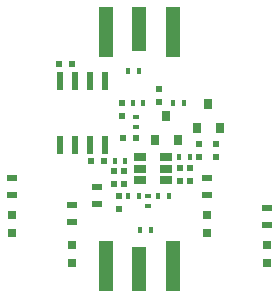
<source format=gbr>
G04 #@! TF.FileFunction,Paste,Top*
%FSLAX46Y46*%
G04 Gerber Fmt 4.6, Leading zero omitted, Abs format (unit mm)*
G04 Created by KiCad (PCBNEW 4.0.7) date 12/24/18 13:23:31*
%MOMM*%
%LPD*%
G01*
G04 APERTURE LIST*
%ADD10C,0.100000*%
%ADD11R,0.898200X0.499000*%
%ADD12R,0.748500X0.798400*%
%ADD13R,0.598800X1.546900*%
%ADD14R,1.057880X0.648700*%
%ADD15R,0.399200X0.598800*%
%ADD16R,0.598800X0.399200*%
%ADD17R,0.798400X0.898200*%
%ADD18R,0.598800X0.499000*%
%ADD19R,0.499000X0.598800*%
%ADD20R,1.267460X4.191600*%
%ADD21R,1.267460X3.692600*%
G04 APERTURE END LIST*
D10*
D11*
X134874000Y-113907000D03*
X134874000Y-112407000D03*
X127635000Y-113145000D03*
X127635000Y-111645000D03*
X132715000Y-115431000D03*
X132715000Y-113931000D03*
D12*
X132715000Y-118860000D03*
X132715000Y-117360000D03*
X127635000Y-116320000D03*
X127635000Y-114820000D03*
X149225000Y-118860000D03*
X149225000Y-117360000D03*
X144145000Y-116320000D03*
X144145000Y-114820000D03*
D13*
X135509000Y-103472000D03*
X134239000Y-103472000D03*
X132969000Y-103472000D03*
X131699000Y-103472000D03*
X131699000Y-108872000D03*
X132969000Y-108872000D03*
X134239000Y-108872000D03*
X135509000Y-108872000D03*
D14*
X140673000Y-111821000D03*
X140673000Y-110871000D03*
X140673000Y-109921000D03*
X138473000Y-109921000D03*
X138473000Y-111821000D03*
X138473000Y-110871000D03*
D15*
X137229000Y-110236000D03*
X136329000Y-110236000D03*
X141282000Y-105283000D03*
X142182000Y-105283000D03*
X137853000Y-105283000D03*
X138753000Y-105283000D03*
X141790000Y-109855000D03*
X142690000Y-109855000D03*
D16*
X139192000Y-113151500D03*
X139192000Y-114051500D03*
D15*
X140912000Y-113157000D03*
X140012000Y-113157000D03*
D16*
X138176000Y-106484000D03*
X138176000Y-107384000D03*
D15*
X138372000Y-113157000D03*
X137472000Y-113157000D03*
X138488000Y-116078000D03*
X139388000Y-116078000D03*
X138372000Y-102616000D03*
X137472000Y-102616000D03*
D17*
X139766000Y-108442000D03*
X141666000Y-108442000D03*
X140716000Y-106442000D03*
X143322000Y-107426000D03*
X145222000Y-107426000D03*
X144272000Y-105426000D03*
D11*
X144145000Y-113145000D03*
X144145000Y-111645000D03*
X149225000Y-115685000D03*
X149225000Y-114185000D03*
D18*
X131657000Y-101981000D03*
X132757000Y-101981000D03*
D19*
X143510000Y-109897000D03*
X143510000Y-108797000D03*
X142748000Y-110829000D03*
X142748000Y-111929000D03*
X141859000Y-110829000D03*
X141859000Y-111929000D03*
X136271000Y-112183000D03*
X136271000Y-111083000D03*
X144907000Y-108797000D03*
X144907000Y-109897000D03*
X137160000Y-112183000D03*
X137160000Y-111083000D03*
D18*
X134324000Y-110236000D03*
X135424000Y-110236000D03*
D19*
X140081000Y-105198000D03*
X140081000Y-104098000D03*
X136969500Y-106404500D03*
X136969500Y-105304500D03*
D18*
X138154500Y-108267500D03*
X137054500Y-108267500D03*
D19*
X136715500Y-113178500D03*
X136715500Y-114278500D03*
D20*
X135565000Y-119130000D03*
X141295000Y-119130000D03*
D21*
X138430000Y-119380000D03*
D20*
X141295000Y-99310000D03*
X135565000Y-99310000D03*
D21*
X138430000Y-99060000D03*
M02*

</source>
